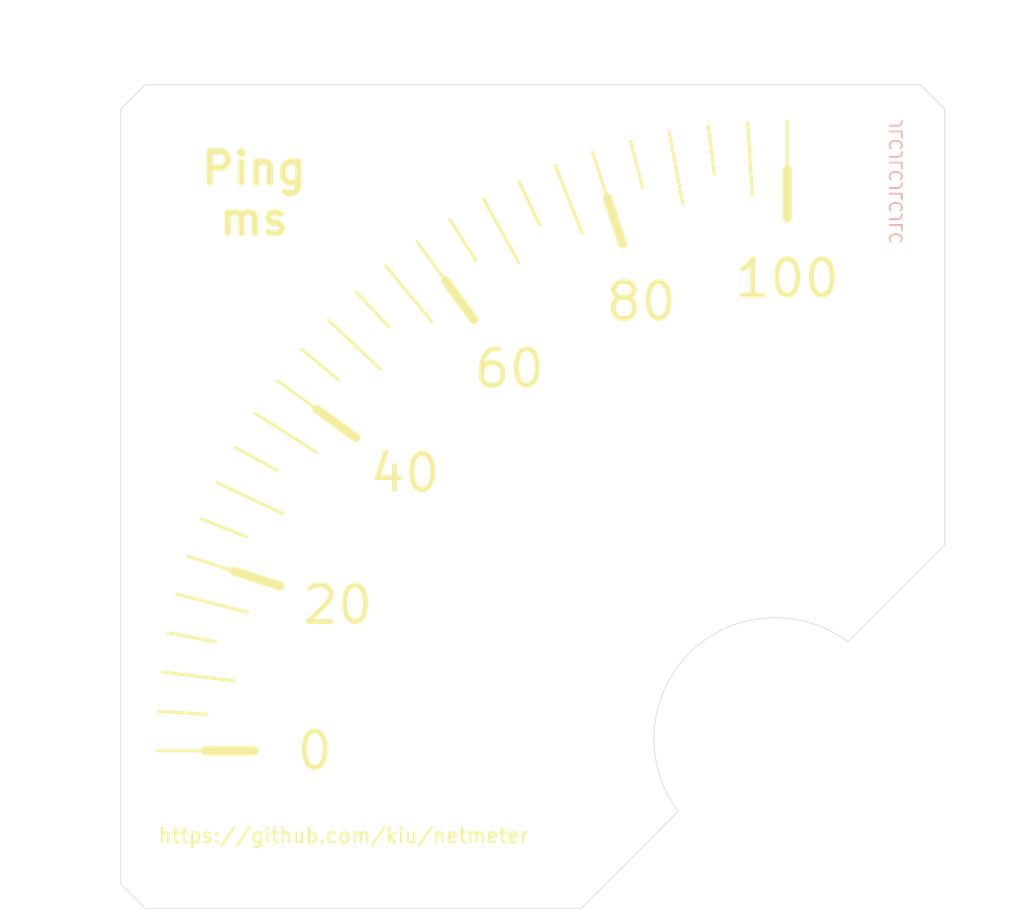
<source format=kicad_pcb>
(kicad_pcb (version 20171130) (host pcbnew "(5.1.6)-1")

  (general
    (thickness 1.6)
    (drawings 60)
    (tracks 0)
    (zones 0)
    (modules 2)
    (nets 1)
  )

  (page A4)
  (layers
    (0 F.Cu signal)
    (31 B.Cu signal)
    (32 B.Adhes user)
    (33 F.Adhes user)
    (34 B.Paste user)
    (35 F.Paste user)
    (36 B.SilkS user)
    (37 F.SilkS user)
    (38 B.Mask user)
    (39 F.Mask user)
    (40 Dwgs.User user)
    (41 Cmts.User user)
    (42 Eco1.User user)
    (43 Eco2.User user)
    (44 Edge.Cuts user)
    (45 Margin user)
    (46 B.CrtYd user)
    (47 F.CrtYd user)
    (48 B.Fab user)
    (49 F.Fab user)
  )

  (setup
    (last_trace_width 0.25)
    (trace_clearance 0.2)
    (zone_clearance 0.508)
    (zone_45_only no)
    (trace_min 0.2)
    (via_size 0.8)
    (via_drill 0.4)
    (via_min_size 0.4)
    (via_min_drill 0.3)
    (uvia_size 0.3)
    (uvia_drill 0.1)
    (uvias_allowed no)
    (uvia_min_size 0.2)
    (uvia_min_drill 0.1)
    (edge_width 0.05)
    (segment_width 0.2)
    (pcb_text_width 0.3)
    (pcb_text_size 1.5 1.5)
    (mod_edge_width 0.12)
    (mod_text_size 1 1)
    (mod_text_width 0.15)
    (pad_size 1.524 1.524)
    (pad_drill 0.762)
    (pad_to_mask_clearance 0.05)
    (aux_axis_origin 0 0)
    (visible_elements 7FFFFFFF)
    (pcbplotparams
      (layerselection 0x010f0_ffffffff)
      (usegerberextensions false)
      (usegerberattributes false)
      (usegerberadvancedattributes false)
      (creategerberjobfile false)
      (excludeedgelayer true)
      (linewidth 0.100000)
      (plotframeref false)
      (viasonmask false)
      (mode 1)
      (useauxorigin false)
      (hpglpennumber 1)
      (hpglpenspeed 20)
      (hpglpendiameter 15.000000)
      (psnegative false)
      (psa4output false)
      (plotreference true)
      (plotvalue false)
      (plotinvisibletext false)
      (padsonsilk true)
      (subtractmaskfromsilk false)
      (outputformat 1)
      (mirror false)
      (drillshape 0)
      (scaleselection 1)
      (outputdirectory "gerber/"))
  )

  (net 0 "")

  (net_class Default "This is the default net class."
    (clearance 0.2)
    (trace_width 0.25)
    (via_dia 0.8)
    (via_drill 0.4)
    (uvia_dia 0.3)
    (uvia_drill 0.1)
  )

  (module Mounting_Holes:MountingHole_2.2mm_M2_DIN965 (layer F.Cu) (tedit 56D1B4CB) (tstamp 5F539752)
    (at 138 134)
    (descr "Mounting Hole 2.2mm, no annular, M2, DIN965")
    (tags "mounting hole 2.2mm no annular m2 din965")
    (attr virtual)
    (fp_text reference REF** (at 0 -2.9) (layer F.SilkS) hide
      (effects (font (size 1 1) (thickness 0.15)))
    )
    (fp_text value MountingHole_2.2mm_M2_DIN965 (at 0 2.9) (layer F.Fab)
      (effects (font (size 1 1) (thickness 0.15)))
    )
    (fp_circle (center 0 0) (end 1.9 0) (layer Cmts.User) (width 0.15))
    (fp_circle (center 0 0) (end 2.15 0) (layer F.CrtYd) (width 0.05))
    (fp_text user %R (at 0.3 0) (layer F.Fab)
      (effects (font (size 1 1) (thickness 0.15)))
    )
    (pad 1 np_thru_hole circle (at 0 0) (size 2.2 2.2) (drill 2.2) (layers *.Cu *.Mask))
  )

  (module Mounting_Holes:MountingHole_2.2mm_M2_DIN965 (layer F.Cu) (tedit 56D1B4CB) (tstamp 5F53973F)
    (at 162 110)
    (descr "Mounting Hole 2.2mm, no annular, M2, DIN965")
    (tags "mounting hole 2.2mm no annular m2 din965")
    (attr virtual)
    (fp_text reference REF** (at 0 -2.9) (layer F.SilkS) hide
      (effects (font (size 1 1) (thickness 0.15)))
    )
    (fp_text value MountingHole_2.2mm_M2_DIN965 (at 0 2.9) (layer F.Fab)
      (effects (font (size 1 1) (thickness 0.15)))
    )
    (fp_circle (center 0 0) (end 1.9 0) (layer Cmts.User) (width 0.15))
    (fp_circle (center 0 0) (end 2.15 0) (layer F.CrtYd) (width 0.05))
    (fp_text user %R (at 0.3 0) (layer F.Fab)
      (effects (font (size 1 1) (thickness 0.15)))
    )
    (pad 1 np_thru_hole circle (at 0 0) (size 2.2 2.2) (drill 2.2) (layers *.Cu *.Mask))
  )

  (dimension 68 (width 0.15) (layer Dwgs.User)
    (gr_text "68.000 mm" (at 93.7 106 270) (layer Dwgs.User)
      (effects (font (size 1 1) (thickness 0.15)))
    )
    (feature1 (pts (xy 100 140) (xy 94.413579 140)))
    (feature2 (pts (xy 100 72) (xy 94.413579 72)))
    (crossbar (pts (xy 95 72) (xy 95 140)))
    (arrow1a (pts (xy 95 140) (xy 94.413579 138.873496)))
    (arrow1b (pts (xy 95 140) (xy 95.586421 138.873496)))
    (arrow2a (pts (xy 95 72) (xy 94.413579 73.126504)))
    (arrow2b (pts (xy 95 72) (xy 95.586421 73.126504)))
  )
  (dimension 68 (width 0.15) (layer Dwgs.User)
    (gr_text "68.000 mm" (at 134 65.7) (layer Dwgs.User)
      (effects (font (size 1 1) (thickness 0.15)))
    )
    (feature1 (pts (xy 168 72) (xy 168 66.413579)))
    (feature2 (pts (xy 100 72) (xy 100 66.413579)))
    (crossbar (pts (xy 100 67) (xy 168 67)))
    (arrow1a (pts (xy 168 67) (xy 166.873496 67.586421)))
    (arrow1b (pts (xy 168 67) (xy 166.873496 66.413579)))
    (arrow2a (pts (xy 100 67) (xy 101.126504 67.586421)))
    (arrow2b (pts (xy 100 67) (xy 101.126504 66.413579)))
  )
  (gr_text JLCJLCJLCJLC (at 164 80 90) (layer B.SilkS)
    (effects (font (size 1 1) (thickness 0.15)) (justify mirror))
  )
  (gr_arc (start 154 126) (end 159.999998 118.000002) (angle -163.739793) (layer Edge.Cuts) (width 0.05))
  (gr_line (start 111 82) (end 111 80) (layer Dwgs.User) (width 0.15))
  (gr_line (start 110 81) (end 112 81) (layer Dwgs.User) (width 0.15))
  (gr_text "Ping\nms" (at 111 81) (layer F.SilkS)
    (effects (font (size 2.6 2.6) (thickness 0.5)))
  )
  (gr_text "https://github.com/kiu/netmeter\n" (at 103 134) (layer F.SilkS)
    (effects (font (size 1.2 1.2) (thickness 0.2)) (justify left))
  )
  (gr_line (start 100 138) (end 100 74) (layer Edge.Cuts) (width 0.05) (tstamp 5F5396F4))
  (gr_line (start 155 127) (end 103 127) (layer Dwgs.User) (width 0.15) (tstamp 5F53BFFD))
  (gr_line (start 155 127) (end 155 75) (layer Dwgs.User) (width 0.15) (tstamp 5F53BFFC))
  (gr_arc (start 155 127) (end 155 75) (angle -90) (layer Dwgs.User) (width 0.15))
  (gr_line (start 160.999999 117.000001) (end 160 118) (layer Edge.Cuts) (width 0.05))
  (gr_line (start 145.000001 132.999999) (end 146 132) (layer Edge.Cuts) (width 0.05))
  (gr_line (start 102 72) (end 166 72) (layer Edge.Cuts) (width 0.05) (tstamp 5F5396FE))
  (gr_line (start 168 110) (end 168 74) (layer Edge.Cuts) (width 0.05) (tstamp 5F5396E3))
  (gr_line (start 102 140) (end 138 140) (layer Edge.Cuts) (width 0.05) (tstamp 5F5396DC))
  (gr_line (start 168 110) (end 160.999999 117.000001) (layer Edge.Cuts) (width 0.05) (tstamp 5F539691))
  (gr_line (start 138 140) (end 145.000001 132.999999) (layer Edge.Cuts) (width 0.05) (tstamp 5F53968D))
  (gr_line (start 100 138) (end 102 140) (layer Edge.Cuts) (width 0.05))
  (gr_line (start 166 72) (end 168 74) (layer Edge.Cuts) (width 0.05))
  (gr_line (start 102 72) (end 100 74) (layer Edge.Cuts) (width 0.05))
  (gr_line (start 103 127) (end 107 127) (layer F.SilkS) (width 0.25))
  (gr_line (start 107 127) (end 111 127) (layer F.SilkS) (width 0.75))
  (gr_text 0 (at 116 127) (layer F.SilkS)
    (effects (font (size 3 3) (thickness 0.4)))
  )
  (gr_line (start 103.10261 123.734893) (end 107.094717 123.986055) (layer F.SilkS) (width 0.25))
  (gr_line (start 103.410036 120.482672) (end 109.362724 121.234671) (layer F.SilkS) (width 0.25))
  (gr_line (start 103.921063 117.256172) (end 107.850212 118.005697) (layer F.SilkS) (width 0.25))
  (gr_line (start 104.633676 114.068126) (end 110.445175 115.560265) (layer F.SilkS) (width 0.25))
  (gr_line (start 105.545061 110.931116) (end 109.349287 112.167184) (layer F.SilkS) (width 0.25))
  (gr_line (start 109.349287 112.167184) (end 113.153513 113.403252) (layer F.SilkS) (width 0.75))
  (gr_text 20 (at 117.908796 114.948337) (layer F.SilkS)
    (effects (font (size 3 3) (thickness 0.4)))
  )
  (gr_line (start 106.651623 107.857523) (end 110.370729 109.330021) (layer F.SilkS) (width 0.25))
  (gr_line (start 107.948993 104.859477) (end 113.377956 107.414153) (layer F.SilkS) (width 0.25))
  (gr_line (start 109.432053 101.948809) (end 112.937279 103.875824) (layer F.SilkS) (width 0.25))
  (gr_line (start 111.094948 99.137007) (end 116.160915 102.351967) (layer F.SilkS) (width 0.25))
  (gr_line (start 112.931116 96.435167) (end 116.167184 98.786308) (layer F.SilkS) (width 0.25))
  (gr_line (start 116.167184 98.786308) (end 119.403252 101.137449) (layer F.SilkS) (width 0.75))
  (gr_text 40 (at 123.448337 104.076375) (layer F.SilkS)
    (effects (font (size 3 3) (thickness 0.4)))
  )
  (gr_line (start 114.933311 93.853953) (end 118.015364 96.403648) (layer F.SilkS) (width 0.25))
  (gr_line (start 117.093631 91.40355) (end 121.467443 95.510833) (layer F.SilkS) (width 0.25))
  (gr_line (start 119.40355 89.093631) (end 122.141739 92.009506) (layer F.SilkS) (width 0.25))
  (gr_line (start 121.853953 86.933311) (end 125.678496 91.556391) (layer F.SilkS) (width 0.25))
  (gr_line (start 124.435167 84.931116) (end 126.786308 88.167184) (layer F.SilkS) (width 0.25))
  (gr_line (start 126.786308 88.167184) (end 129.137449 91.403252) (layer F.SilkS) (width 0.75))
  (gr_text 60 (at 132.076375 95.448337) (layer F.SilkS)
    (effects (font (size 3 3) (thickness 0.4)))
  )
  (gr_line (start 127.137007 83.094948) (end 129.280314 86.47226) (layer F.SilkS) (width 0.25))
  (gr_line (start 129.948809 81.432053) (end 132.839331 86.689893) (layer F.SilkS) (width 0.25))
  (gr_line (start 132.859477 79.948993) (end 134.562594 83.568301) (layer F.SilkS) (width 0.25))
  (gr_line (start 135.857523 78.651623) (end 138.066271 84.230282) (layer F.SilkS) (width 0.25))
  (gr_line (start 138.931116 77.545061) (end 140.167184 81.349287) (layer F.SilkS) (width 0.25))
  (gr_line (start 140.167184 81.349287) (end 141.403252 85.153513) (layer F.SilkS) (width 0.75))
  (gr_text 80 (at 142.948337 89.908796) (layer F.SilkS)
    (effects (font (size 3 3) (thickness 0.4)))
  )
  (gr_line (start 142.068126 76.633676) (end 143.062885 80.508008) (layer F.SilkS) (width 0.25))
  (gr_line (start 145.256172 75.921063) (end 146.38046 81.814786) (layer F.SilkS) (width 0.25))
  (gr_line (start 148.482672 75.410036) (end 148.984005 79.378494) (layer F.SilkS) (width 0.25))
  (gr_line (start 151.734893 75.10261) (end 152.111636 81.09077) (layer F.SilkS) (width 0.25))
  (gr_line (start 155 75) (end 155 79) (layer F.SilkS) (width 0.25))
  (gr_line (start 155 79) (end 155 83) (layer F.SilkS) (width 0.75))
  (gr_text 100 (at 155 88) (layer F.SilkS)
    (effects (font (size 3 3) (thickness 0.4)))
  )

)

</source>
